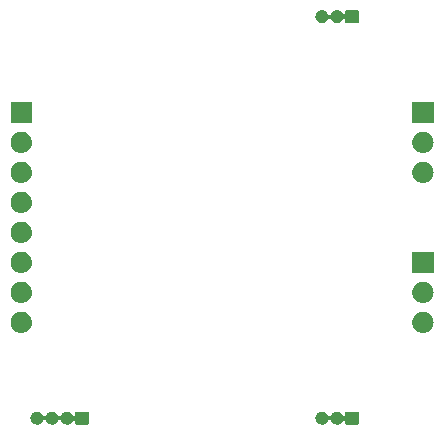
<source format=gbr>
G04 #@! TF.GenerationSoftware,KiCad,Pcbnew,5.99.0-unknown-df3fabf~86~ubuntu18.04.1*
G04 #@! TF.CreationDate,2019-10-25T18:59:48-04:00*
G04 #@! TF.ProjectId,current_calibration_board,63757272-656e-4745-9f63-616c69627261,rev?*
G04 #@! TF.SameCoordinates,Original*
G04 #@! TF.FileFunction,Soldermask,Bot*
G04 #@! TF.FilePolarity,Negative*
%FSLAX46Y46*%
G04 Gerber Fmt 4.6, Leading zero omitted, Abs format (unit mm)*
G04 Created by KiCad (PCBNEW 5.99.0-unknown-df3fabf~86~ubuntu18.04.1) date 2019-10-25 18:59:48*
%MOMM*%
%LPD*%
G04 APERTURE LIST*
G04 APERTURE END LIST*
G36*
X161519899Y-116451959D02*
G01*
X161536769Y-116463231D01*
X161548041Y-116480101D01*
X161554448Y-116512312D01*
X161554448Y-117487688D01*
X161551999Y-117500000D01*
X161548041Y-117519899D01*
X161536769Y-117536769D01*
X161519899Y-117548041D01*
X161500000Y-117551999D01*
X161487688Y-117554448D01*
X160512312Y-117554448D01*
X160480101Y-117548041D01*
X160463231Y-117536769D01*
X160451959Y-117519899D01*
X160445552Y-117487688D01*
X160445552Y-117329367D01*
X160425709Y-117261787D01*
X160372479Y-117215664D01*
X160302764Y-117205640D01*
X160238696Y-117234899D01*
X160224798Y-117252374D01*
X160222889Y-117257676D01*
X160200073Y-117289781D01*
X160185779Y-117316777D01*
X160161608Y-117343906D01*
X160135438Y-117380731D01*
X160111601Y-117400034D01*
X160097063Y-117416351D01*
X160059967Y-117441846D01*
X160018116Y-117475736D01*
X159997971Y-117484453D01*
X159987151Y-117491890D01*
X159936956Y-117510858D01*
X159879568Y-117535692D01*
X159866497Y-117537482D01*
X159862402Y-117539030D01*
X159800634Y-117546504D01*
X159767815Y-117551000D01*
X159698568Y-117551000D01*
X159591657Y-117537494D01*
X159531208Y-117513926D01*
X159503781Y-117508096D01*
X159482648Y-117494993D01*
X159467708Y-117489168D01*
X159426172Y-117459976D01*
X159375478Y-117428544D01*
X159364569Y-117416680D01*
X159358598Y-117412484D01*
X159319558Y-117367731D01*
X159273293Y-117317419D01*
X159239505Y-117251107D01*
X159206534Y-117187226D01*
X159157906Y-117136275D01*
X159089451Y-117119702D01*
X159022903Y-117142770D01*
X158984988Y-117186066D01*
X158965247Y-117223349D01*
X158952889Y-117257676D01*
X158930072Y-117289782D01*
X158915779Y-117316777D01*
X158891608Y-117343906D01*
X158865438Y-117380731D01*
X158841601Y-117400034D01*
X158827063Y-117416351D01*
X158789967Y-117441846D01*
X158748116Y-117475736D01*
X158727971Y-117484453D01*
X158717151Y-117491890D01*
X158666956Y-117510858D01*
X158609568Y-117535692D01*
X158596497Y-117537482D01*
X158592402Y-117539030D01*
X158530634Y-117546504D01*
X158497815Y-117551000D01*
X158428568Y-117551000D01*
X158321657Y-117537494D01*
X158261208Y-117513926D01*
X158233781Y-117508096D01*
X158212648Y-117494993D01*
X158197708Y-117489168D01*
X158156172Y-117459976D01*
X158105478Y-117428544D01*
X158094569Y-117416680D01*
X158088598Y-117412484D01*
X158049558Y-117367731D01*
X158003293Y-117317419D01*
X157969500Y-117251097D01*
X157939760Y-117193476D01*
X157939420Y-117192061D01*
X157934757Y-117182909D01*
X157921822Y-117118760D01*
X157908626Y-117063796D01*
X157908680Y-117053583D01*
X157904917Y-117034923D01*
X157909074Y-116978318D01*
X157909325Y-116930434D01*
X157913940Y-116912060D01*
X157915974Y-116884364D01*
X157932256Y-116839139D01*
X157941813Y-116801089D01*
X157954753Y-116776650D01*
X157967111Y-116742324D01*
X157989928Y-116710218D01*
X158004221Y-116683223D01*
X158028392Y-116656094D01*
X158054562Y-116619269D01*
X158078399Y-116599966D01*
X158092937Y-116583649D01*
X158130033Y-116558154D01*
X158171884Y-116524264D01*
X158192029Y-116515547D01*
X158202849Y-116508110D01*
X158253044Y-116489142D01*
X158310432Y-116464308D01*
X158323503Y-116462518D01*
X158327598Y-116460970D01*
X158389366Y-116453496D01*
X158422185Y-116449000D01*
X158491432Y-116449000D01*
X158598343Y-116462506D01*
X158658792Y-116486074D01*
X158686219Y-116491904D01*
X158707352Y-116505007D01*
X158722292Y-116510832D01*
X158763828Y-116540024D01*
X158814522Y-116571456D01*
X158825431Y-116583320D01*
X158831402Y-116587516D01*
X158870442Y-116632269D01*
X158916707Y-116682581D01*
X158950495Y-116748893D01*
X158983466Y-116812774D01*
X159032094Y-116863725D01*
X159100549Y-116880298D01*
X159167097Y-116857230D01*
X159205012Y-116813934D01*
X159224753Y-116776651D01*
X159237111Y-116742324D01*
X159259928Y-116710218D01*
X159274221Y-116683223D01*
X159298392Y-116656094D01*
X159324562Y-116619269D01*
X159348399Y-116599966D01*
X159362937Y-116583649D01*
X159400033Y-116558154D01*
X159441884Y-116524264D01*
X159462029Y-116515547D01*
X159472849Y-116508110D01*
X159523044Y-116489142D01*
X159580432Y-116464308D01*
X159593503Y-116462518D01*
X159597598Y-116460970D01*
X159659366Y-116453496D01*
X159692185Y-116449000D01*
X159761432Y-116449000D01*
X159868343Y-116462506D01*
X159928792Y-116486074D01*
X159956219Y-116491904D01*
X159977352Y-116505007D01*
X159992292Y-116510832D01*
X160033828Y-116540024D01*
X160084522Y-116571456D01*
X160095431Y-116583320D01*
X160101402Y-116587516D01*
X160140442Y-116632269D01*
X160186707Y-116682581D01*
X160209780Y-116727864D01*
X160258105Y-116778498D01*
X160326560Y-116795071D01*
X160393108Y-116772003D01*
X160436620Y-116716618D01*
X160445552Y-116670216D01*
X160445552Y-116512312D01*
X160451959Y-116480101D01*
X160463231Y-116463231D01*
X160480101Y-116451959D01*
X160512312Y-116445552D01*
X161487688Y-116445552D01*
X161519899Y-116451959D01*
G37*
G36*
X138659899Y-116451959D02*
G01*
X138676769Y-116463231D01*
X138688041Y-116480101D01*
X138694448Y-116512312D01*
X138694448Y-117487688D01*
X138691999Y-117500000D01*
X138688041Y-117519899D01*
X138676769Y-117536769D01*
X138659899Y-117548041D01*
X138640000Y-117551999D01*
X138627688Y-117554448D01*
X137652312Y-117554448D01*
X137620101Y-117548041D01*
X137603231Y-117536769D01*
X137591959Y-117519899D01*
X137585552Y-117487688D01*
X137585552Y-117329367D01*
X137565709Y-117261787D01*
X137512479Y-117215664D01*
X137442764Y-117205640D01*
X137378696Y-117234899D01*
X137364798Y-117252374D01*
X137362889Y-117257676D01*
X137340073Y-117289781D01*
X137325779Y-117316777D01*
X137301608Y-117343906D01*
X137275438Y-117380731D01*
X137251601Y-117400034D01*
X137237063Y-117416351D01*
X137199967Y-117441846D01*
X137158116Y-117475736D01*
X137137971Y-117484453D01*
X137127151Y-117491890D01*
X137076956Y-117510858D01*
X137019568Y-117535692D01*
X137006497Y-117537482D01*
X137002402Y-117539030D01*
X136940634Y-117546504D01*
X136907815Y-117551000D01*
X136838568Y-117551000D01*
X136731657Y-117537494D01*
X136671208Y-117513926D01*
X136643781Y-117508096D01*
X136622648Y-117494993D01*
X136607708Y-117489168D01*
X136566172Y-117459976D01*
X136515478Y-117428544D01*
X136504569Y-117416680D01*
X136498598Y-117412484D01*
X136459558Y-117367731D01*
X136413293Y-117317419D01*
X136379505Y-117251107D01*
X136346534Y-117187226D01*
X136297906Y-117136275D01*
X136229451Y-117119702D01*
X136162903Y-117142770D01*
X136124988Y-117186066D01*
X136105247Y-117223349D01*
X136092889Y-117257676D01*
X136070072Y-117289782D01*
X136055779Y-117316777D01*
X136031608Y-117343906D01*
X136005438Y-117380731D01*
X135981601Y-117400034D01*
X135967063Y-117416351D01*
X135929967Y-117441846D01*
X135888116Y-117475736D01*
X135867971Y-117484453D01*
X135857151Y-117491890D01*
X135806956Y-117510858D01*
X135749568Y-117535692D01*
X135736497Y-117537482D01*
X135732402Y-117539030D01*
X135670634Y-117546504D01*
X135637815Y-117551000D01*
X135568568Y-117551000D01*
X135461657Y-117537494D01*
X135401208Y-117513926D01*
X135373781Y-117508096D01*
X135352648Y-117494993D01*
X135337708Y-117489168D01*
X135296172Y-117459976D01*
X135245478Y-117428544D01*
X135234569Y-117416680D01*
X135228598Y-117412484D01*
X135189558Y-117367731D01*
X135143293Y-117317419D01*
X135109505Y-117251107D01*
X135076534Y-117187226D01*
X135027906Y-117136275D01*
X134959451Y-117119702D01*
X134892903Y-117142770D01*
X134854988Y-117186066D01*
X134835247Y-117223349D01*
X134822889Y-117257676D01*
X134800072Y-117289782D01*
X134785779Y-117316777D01*
X134761608Y-117343906D01*
X134735438Y-117380731D01*
X134711601Y-117400034D01*
X134697063Y-117416351D01*
X134659967Y-117441846D01*
X134618116Y-117475736D01*
X134597971Y-117484453D01*
X134587151Y-117491890D01*
X134536956Y-117510858D01*
X134479568Y-117535692D01*
X134466497Y-117537482D01*
X134462402Y-117539030D01*
X134400634Y-117546504D01*
X134367815Y-117551000D01*
X134298568Y-117551000D01*
X134191657Y-117537494D01*
X134131208Y-117513926D01*
X134103781Y-117508096D01*
X134082648Y-117494993D01*
X134067708Y-117489168D01*
X134026172Y-117459976D01*
X133975478Y-117428544D01*
X133964569Y-117416680D01*
X133958598Y-117412484D01*
X133919558Y-117367731D01*
X133873293Y-117317419D01*
X133839500Y-117251097D01*
X133809760Y-117193476D01*
X133809420Y-117192061D01*
X133804757Y-117182909D01*
X133791822Y-117118760D01*
X133778626Y-117063796D01*
X133778680Y-117053583D01*
X133774917Y-117034923D01*
X133779074Y-116978318D01*
X133779325Y-116930434D01*
X133783940Y-116912060D01*
X133785974Y-116884364D01*
X133802256Y-116839139D01*
X133811813Y-116801089D01*
X133824753Y-116776650D01*
X133837111Y-116742324D01*
X133859928Y-116710218D01*
X133874221Y-116683223D01*
X133898392Y-116656094D01*
X133924562Y-116619269D01*
X133948399Y-116599966D01*
X133962937Y-116583649D01*
X134000033Y-116558154D01*
X134041884Y-116524264D01*
X134062029Y-116515547D01*
X134072849Y-116508110D01*
X134123044Y-116489142D01*
X134180432Y-116464308D01*
X134193503Y-116462518D01*
X134197598Y-116460970D01*
X134259366Y-116453496D01*
X134292185Y-116449000D01*
X134361432Y-116449000D01*
X134468343Y-116462506D01*
X134528792Y-116486074D01*
X134556219Y-116491904D01*
X134577352Y-116505007D01*
X134592292Y-116510832D01*
X134633828Y-116540024D01*
X134684522Y-116571456D01*
X134695431Y-116583320D01*
X134701402Y-116587516D01*
X134740442Y-116632269D01*
X134786707Y-116682581D01*
X134820495Y-116748893D01*
X134853466Y-116812774D01*
X134902094Y-116863725D01*
X134970549Y-116880298D01*
X135037097Y-116857230D01*
X135075012Y-116813934D01*
X135094753Y-116776651D01*
X135107111Y-116742324D01*
X135129928Y-116710218D01*
X135144221Y-116683223D01*
X135168392Y-116656094D01*
X135194562Y-116619269D01*
X135218399Y-116599966D01*
X135232937Y-116583649D01*
X135270033Y-116558154D01*
X135311884Y-116524264D01*
X135332029Y-116515547D01*
X135342849Y-116508110D01*
X135393044Y-116489142D01*
X135450432Y-116464308D01*
X135463503Y-116462518D01*
X135467598Y-116460970D01*
X135529366Y-116453496D01*
X135562185Y-116449000D01*
X135631432Y-116449000D01*
X135738343Y-116462506D01*
X135798792Y-116486074D01*
X135826219Y-116491904D01*
X135847352Y-116505007D01*
X135862292Y-116510832D01*
X135903828Y-116540024D01*
X135954522Y-116571456D01*
X135965431Y-116583320D01*
X135971402Y-116587516D01*
X136010442Y-116632269D01*
X136056707Y-116682581D01*
X136090495Y-116748893D01*
X136123466Y-116812774D01*
X136172094Y-116863725D01*
X136240549Y-116880298D01*
X136307097Y-116857230D01*
X136345012Y-116813934D01*
X136364753Y-116776651D01*
X136377111Y-116742324D01*
X136399928Y-116710218D01*
X136414221Y-116683223D01*
X136438392Y-116656094D01*
X136464562Y-116619269D01*
X136488399Y-116599966D01*
X136502937Y-116583649D01*
X136540033Y-116558154D01*
X136581884Y-116524264D01*
X136602029Y-116515547D01*
X136612849Y-116508110D01*
X136663044Y-116489142D01*
X136720432Y-116464308D01*
X136733503Y-116462518D01*
X136737598Y-116460970D01*
X136799366Y-116453496D01*
X136832185Y-116449000D01*
X136901432Y-116449000D01*
X137008343Y-116462506D01*
X137068792Y-116486074D01*
X137096219Y-116491904D01*
X137117352Y-116505007D01*
X137132292Y-116510832D01*
X137173828Y-116540024D01*
X137224522Y-116571456D01*
X137235431Y-116583320D01*
X137241402Y-116587516D01*
X137280442Y-116632269D01*
X137326707Y-116682581D01*
X137349780Y-116727864D01*
X137398105Y-116778498D01*
X137466560Y-116795071D01*
X137533108Y-116772003D01*
X137576620Y-116716618D01*
X137585552Y-116670216D01*
X137585552Y-116512312D01*
X137591959Y-116480101D01*
X137603231Y-116463231D01*
X137620101Y-116451959D01*
X137652312Y-116445552D01*
X138627688Y-116445552D01*
X138659899Y-116451959D01*
G37*
G36*
X167188360Y-108003835D02*
G01*
X167269397Y-108030166D01*
X167356663Y-108057848D01*
X167359655Y-108059493D01*
X167368488Y-108062363D01*
X167440466Y-108103919D01*
X167511499Y-108142970D01*
X167518986Y-108149253D01*
X167532511Y-108157061D01*
X167590259Y-108209057D01*
X167646857Y-108256549D01*
X167656962Y-108269118D01*
X167673261Y-108283793D01*
X167715454Y-108341867D01*
X167757579Y-108394260D01*
X167767994Y-108414182D01*
X167784586Y-108437019D01*
X167811297Y-108497012D01*
X167839439Y-108550843D01*
X167847582Y-108578510D01*
X167861621Y-108610042D01*
X167873992Y-108668241D01*
X167889328Y-108720349D01*
X167892518Y-108755401D01*
X167900999Y-108795301D01*
X167900999Y-108848592D01*
X167905343Y-108896324D01*
X167900999Y-108937653D01*
X167900999Y-108984699D01*
X167891217Y-109030721D01*
X167886873Y-109072047D01*
X167872702Y-109117827D01*
X167861621Y-109169958D01*
X167845028Y-109207226D01*
X167834622Y-109240843D01*
X167808789Y-109288620D01*
X167784586Y-109342981D01*
X167764298Y-109370905D01*
X167750580Y-109396276D01*
X167711859Y-109443082D01*
X167673261Y-109496207D01*
X167652284Y-109515095D01*
X167637952Y-109532419D01*
X167585845Y-109574917D01*
X167532511Y-109622939D01*
X167513524Y-109633901D01*
X167501025Y-109644095D01*
X167435780Y-109678786D01*
X167368488Y-109717637D01*
X167353636Y-109722463D01*
X167345003Y-109727053D01*
X167267430Y-109750473D01*
X167188360Y-109776165D01*
X167179114Y-109777137D01*
X167175851Y-109778122D01*
X167084710Y-109787059D01*
X167047211Y-109791000D01*
X166952789Y-109791000D01*
X166811640Y-109776165D01*
X166730603Y-109749834D01*
X166643337Y-109722152D01*
X166640345Y-109720507D01*
X166631512Y-109717637D01*
X166559534Y-109676081D01*
X166488501Y-109637030D01*
X166481014Y-109630747D01*
X166467489Y-109622939D01*
X166409741Y-109570943D01*
X166353143Y-109523451D01*
X166343038Y-109510882D01*
X166326739Y-109496207D01*
X166284546Y-109438133D01*
X166242421Y-109385740D01*
X166232006Y-109365818D01*
X166215414Y-109342981D01*
X166188703Y-109282988D01*
X166160561Y-109229157D01*
X166152418Y-109201490D01*
X166138379Y-109169958D01*
X166126008Y-109111759D01*
X166110672Y-109059651D01*
X166107482Y-109024599D01*
X166099001Y-108984699D01*
X166099001Y-108931408D01*
X166094657Y-108883676D01*
X166099001Y-108842347D01*
X166099001Y-108795301D01*
X166108783Y-108749279D01*
X166113127Y-108707953D01*
X166127298Y-108662173D01*
X166138379Y-108610042D01*
X166154972Y-108572774D01*
X166165378Y-108539157D01*
X166191211Y-108491380D01*
X166215414Y-108437019D01*
X166235702Y-108409095D01*
X166249420Y-108383724D01*
X166288141Y-108336918D01*
X166326739Y-108283793D01*
X166347716Y-108264905D01*
X166362048Y-108247581D01*
X166414155Y-108205083D01*
X166467489Y-108157061D01*
X166486476Y-108146099D01*
X166498975Y-108135905D01*
X166564220Y-108101214D01*
X166631512Y-108062363D01*
X166646364Y-108057537D01*
X166654997Y-108052947D01*
X166732570Y-108029527D01*
X166811640Y-108003835D01*
X166820886Y-108002863D01*
X166824149Y-108001878D01*
X166915290Y-107992941D01*
X166952789Y-107989000D01*
X167047211Y-107989000D01*
X167188360Y-108003835D01*
G37*
G36*
X133188360Y-108003835D02*
G01*
X133269397Y-108030166D01*
X133356663Y-108057848D01*
X133359655Y-108059493D01*
X133368488Y-108062363D01*
X133440466Y-108103919D01*
X133511499Y-108142970D01*
X133518986Y-108149253D01*
X133532511Y-108157061D01*
X133590259Y-108209057D01*
X133646857Y-108256549D01*
X133656962Y-108269118D01*
X133673261Y-108283793D01*
X133715454Y-108341867D01*
X133757579Y-108394260D01*
X133767994Y-108414182D01*
X133784586Y-108437019D01*
X133811297Y-108497012D01*
X133839439Y-108550843D01*
X133847582Y-108578510D01*
X133861621Y-108610042D01*
X133873992Y-108668241D01*
X133889328Y-108720349D01*
X133892518Y-108755401D01*
X133900999Y-108795301D01*
X133900999Y-108848592D01*
X133905343Y-108896324D01*
X133900999Y-108937653D01*
X133900999Y-108984699D01*
X133891217Y-109030721D01*
X133886873Y-109072047D01*
X133872702Y-109117827D01*
X133861621Y-109169958D01*
X133845028Y-109207226D01*
X133834622Y-109240843D01*
X133808789Y-109288620D01*
X133784586Y-109342981D01*
X133764298Y-109370905D01*
X133750580Y-109396276D01*
X133711859Y-109443082D01*
X133673261Y-109496207D01*
X133652284Y-109515095D01*
X133637952Y-109532419D01*
X133585845Y-109574917D01*
X133532511Y-109622939D01*
X133513524Y-109633901D01*
X133501025Y-109644095D01*
X133435780Y-109678786D01*
X133368488Y-109717637D01*
X133353636Y-109722463D01*
X133345003Y-109727053D01*
X133267430Y-109750473D01*
X133188360Y-109776165D01*
X133179114Y-109777137D01*
X133175851Y-109778122D01*
X133084710Y-109787059D01*
X133047211Y-109791000D01*
X132952789Y-109791000D01*
X132811640Y-109776165D01*
X132730603Y-109749834D01*
X132643337Y-109722152D01*
X132640345Y-109720507D01*
X132631512Y-109717637D01*
X132559534Y-109676081D01*
X132488501Y-109637030D01*
X132481014Y-109630747D01*
X132467489Y-109622939D01*
X132409741Y-109570943D01*
X132353143Y-109523451D01*
X132343038Y-109510882D01*
X132326739Y-109496207D01*
X132284546Y-109438133D01*
X132242421Y-109385740D01*
X132232006Y-109365818D01*
X132215414Y-109342981D01*
X132188703Y-109282988D01*
X132160561Y-109229157D01*
X132152418Y-109201490D01*
X132138379Y-109169958D01*
X132126008Y-109111759D01*
X132110672Y-109059651D01*
X132107482Y-109024599D01*
X132099001Y-108984699D01*
X132099001Y-108931408D01*
X132094657Y-108883676D01*
X132099001Y-108842347D01*
X132099001Y-108795301D01*
X132108783Y-108749279D01*
X132113127Y-108707953D01*
X132127298Y-108662173D01*
X132138379Y-108610042D01*
X132154972Y-108572774D01*
X132165378Y-108539157D01*
X132191211Y-108491380D01*
X132215414Y-108437019D01*
X132235702Y-108409095D01*
X132249420Y-108383724D01*
X132288141Y-108336918D01*
X132326739Y-108283793D01*
X132347716Y-108264905D01*
X132362048Y-108247581D01*
X132414155Y-108205083D01*
X132467489Y-108157061D01*
X132486476Y-108146099D01*
X132498975Y-108135905D01*
X132564220Y-108101214D01*
X132631512Y-108062363D01*
X132646364Y-108057537D01*
X132654997Y-108052947D01*
X132732570Y-108029527D01*
X132811640Y-108003835D01*
X132820886Y-108002863D01*
X132824149Y-108001878D01*
X132915290Y-107992941D01*
X132952789Y-107989000D01*
X133047211Y-107989000D01*
X133188360Y-108003835D01*
G37*
G36*
X133188360Y-105463835D02*
G01*
X133269397Y-105490166D01*
X133356663Y-105517848D01*
X133359655Y-105519493D01*
X133368488Y-105522363D01*
X133440466Y-105563919D01*
X133511499Y-105602970D01*
X133518986Y-105609253D01*
X133532511Y-105617061D01*
X133590259Y-105669057D01*
X133646857Y-105716549D01*
X133656962Y-105729118D01*
X133673261Y-105743793D01*
X133715454Y-105801867D01*
X133757579Y-105854260D01*
X133767994Y-105874182D01*
X133784586Y-105897019D01*
X133811297Y-105957012D01*
X133839439Y-106010843D01*
X133847582Y-106038510D01*
X133861621Y-106070042D01*
X133873992Y-106128241D01*
X133889328Y-106180349D01*
X133892518Y-106215401D01*
X133900999Y-106255301D01*
X133900999Y-106308592D01*
X133905343Y-106356324D01*
X133900999Y-106397653D01*
X133900999Y-106444699D01*
X133891217Y-106490721D01*
X133886873Y-106532047D01*
X133872702Y-106577827D01*
X133861621Y-106629958D01*
X133845028Y-106667226D01*
X133834622Y-106700843D01*
X133808789Y-106748620D01*
X133784586Y-106802981D01*
X133764298Y-106830905D01*
X133750580Y-106856276D01*
X133711859Y-106903082D01*
X133673261Y-106956207D01*
X133652284Y-106975095D01*
X133637952Y-106992419D01*
X133585845Y-107034917D01*
X133532511Y-107082939D01*
X133513524Y-107093901D01*
X133501025Y-107104095D01*
X133435780Y-107138786D01*
X133368488Y-107177637D01*
X133353636Y-107182463D01*
X133345003Y-107187053D01*
X133267430Y-107210473D01*
X133188360Y-107236165D01*
X133179114Y-107237137D01*
X133175851Y-107238122D01*
X133084710Y-107247059D01*
X133047211Y-107251000D01*
X132952789Y-107251000D01*
X132811640Y-107236165D01*
X132730603Y-107209834D01*
X132643337Y-107182152D01*
X132640345Y-107180507D01*
X132631512Y-107177637D01*
X132559534Y-107136081D01*
X132488501Y-107097030D01*
X132481014Y-107090747D01*
X132467489Y-107082939D01*
X132409741Y-107030943D01*
X132353143Y-106983451D01*
X132343038Y-106970882D01*
X132326739Y-106956207D01*
X132284546Y-106898133D01*
X132242421Y-106845740D01*
X132232006Y-106825818D01*
X132215414Y-106802981D01*
X132188703Y-106742988D01*
X132160561Y-106689157D01*
X132152418Y-106661490D01*
X132138379Y-106629958D01*
X132126008Y-106571759D01*
X132110672Y-106519651D01*
X132107482Y-106484599D01*
X132099001Y-106444699D01*
X132099001Y-106391408D01*
X132094657Y-106343676D01*
X132099001Y-106302347D01*
X132099001Y-106255301D01*
X132108783Y-106209279D01*
X132113127Y-106167953D01*
X132127298Y-106122173D01*
X132138379Y-106070042D01*
X132154972Y-106032774D01*
X132165378Y-105999157D01*
X132191211Y-105951380D01*
X132215414Y-105897019D01*
X132235702Y-105869095D01*
X132249420Y-105843724D01*
X132288141Y-105796918D01*
X132326739Y-105743793D01*
X132347716Y-105724905D01*
X132362048Y-105707581D01*
X132414155Y-105665083D01*
X132467489Y-105617061D01*
X132486476Y-105606099D01*
X132498975Y-105595905D01*
X132564220Y-105561214D01*
X132631512Y-105522363D01*
X132646364Y-105517537D01*
X132654997Y-105512947D01*
X132732570Y-105489527D01*
X132811640Y-105463835D01*
X132820886Y-105462863D01*
X132824149Y-105461878D01*
X132915290Y-105452941D01*
X132952789Y-105449000D01*
X133047211Y-105449000D01*
X133188360Y-105463835D01*
G37*
G36*
X167188360Y-105463835D02*
G01*
X167269397Y-105490166D01*
X167356663Y-105517848D01*
X167359655Y-105519493D01*
X167368488Y-105522363D01*
X167440466Y-105563919D01*
X167511499Y-105602970D01*
X167518986Y-105609253D01*
X167532511Y-105617061D01*
X167590259Y-105669057D01*
X167646857Y-105716549D01*
X167656962Y-105729118D01*
X167673261Y-105743793D01*
X167715454Y-105801867D01*
X167757579Y-105854260D01*
X167767994Y-105874182D01*
X167784586Y-105897019D01*
X167811297Y-105957012D01*
X167839439Y-106010843D01*
X167847582Y-106038510D01*
X167861621Y-106070042D01*
X167873992Y-106128241D01*
X167889328Y-106180349D01*
X167892518Y-106215401D01*
X167900999Y-106255301D01*
X167900999Y-106308592D01*
X167905343Y-106356324D01*
X167900999Y-106397653D01*
X167900999Y-106444699D01*
X167891217Y-106490721D01*
X167886873Y-106532047D01*
X167872702Y-106577827D01*
X167861621Y-106629958D01*
X167845028Y-106667226D01*
X167834622Y-106700843D01*
X167808789Y-106748620D01*
X167784586Y-106802981D01*
X167764298Y-106830905D01*
X167750580Y-106856276D01*
X167711859Y-106903082D01*
X167673261Y-106956207D01*
X167652284Y-106975095D01*
X167637952Y-106992419D01*
X167585845Y-107034917D01*
X167532511Y-107082939D01*
X167513524Y-107093901D01*
X167501025Y-107104095D01*
X167435780Y-107138786D01*
X167368488Y-107177637D01*
X167353636Y-107182463D01*
X167345003Y-107187053D01*
X167267430Y-107210473D01*
X167188360Y-107236165D01*
X167179114Y-107237137D01*
X167175851Y-107238122D01*
X167084710Y-107247059D01*
X167047211Y-107251000D01*
X166952789Y-107251000D01*
X166811640Y-107236165D01*
X166730603Y-107209834D01*
X166643337Y-107182152D01*
X166640345Y-107180507D01*
X166631512Y-107177637D01*
X166559534Y-107136081D01*
X166488501Y-107097030D01*
X166481014Y-107090747D01*
X166467489Y-107082939D01*
X166409741Y-107030943D01*
X166353143Y-106983451D01*
X166343038Y-106970882D01*
X166326739Y-106956207D01*
X166284546Y-106898133D01*
X166242421Y-106845740D01*
X166232006Y-106825818D01*
X166215414Y-106802981D01*
X166188703Y-106742988D01*
X166160561Y-106689157D01*
X166152418Y-106661490D01*
X166138379Y-106629958D01*
X166126008Y-106571759D01*
X166110672Y-106519651D01*
X166107482Y-106484599D01*
X166099001Y-106444699D01*
X166099001Y-106391408D01*
X166094657Y-106343676D01*
X166099001Y-106302347D01*
X166099001Y-106255301D01*
X166108783Y-106209279D01*
X166113127Y-106167953D01*
X166127298Y-106122173D01*
X166138379Y-106070042D01*
X166154972Y-106032774D01*
X166165378Y-105999157D01*
X166191211Y-105951380D01*
X166215414Y-105897019D01*
X166235702Y-105869095D01*
X166249420Y-105843724D01*
X166288141Y-105796918D01*
X166326739Y-105743793D01*
X166347716Y-105724905D01*
X166362048Y-105707581D01*
X166414155Y-105665083D01*
X166467489Y-105617061D01*
X166486476Y-105606099D01*
X166498975Y-105595905D01*
X166564220Y-105561214D01*
X166631512Y-105522363D01*
X166646364Y-105517537D01*
X166654997Y-105512947D01*
X166732570Y-105489527D01*
X166811640Y-105463835D01*
X166820886Y-105462863D01*
X166824149Y-105461878D01*
X166915290Y-105452941D01*
X166952789Y-105449000D01*
X167047211Y-105449000D01*
X167188360Y-105463835D01*
G37*
G36*
X167869899Y-102911959D02*
G01*
X167886769Y-102923231D01*
X167898041Y-102940101D01*
X167904448Y-102972312D01*
X167904448Y-104647688D01*
X167901999Y-104660000D01*
X167898041Y-104679899D01*
X167886769Y-104696769D01*
X167869899Y-104708041D01*
X167850000Y-104711999D01*
X167837688Y-104714448D01*
X166162312Y-104714448D01*
X166130101Y-104708041D01*
X166113231Y-104696769D01*
X166101959Y-104679899D01*
X166095552Y-104647688D01*
X166095552Y-102972312D01*
X166101959Y-102940101D01*
X166113231Y-102923231D01*
X166130101Y-102911959D01*
X166162312Y-102905552D01*
X167837688Y-102905552D01*
X167869899Y-102911959D01*
G37*
G36*
X133188360Y-102923835D02*
G01*
X133269397Y-102950166D01*
X133356663Y-102977848D01*
X133359655Y-102979493D01*
X133368488Y-102982363D01*
X133440466Y-103023919D01*
X133511499Y-103062970D01*
X133518986Y-103069253D01*
X133532511Y-103077061D01*
X133590259Y-103129057D01*
X133646857Y-103176549D01*
X133656962Y-103189118D01*
X133673261Y-103203793D01*
X133715454Y-103261867D01*
X133757579Y-103314260D01*
X133767994Y-103334182D01*
X133784586Y-103357019D01*
X133811297Y-103417012D01*
X133839439Y-103470843D01*
X133847582Y-103498510D01*
X133861621Y-103530042D01*
X133873992Y-103588241D01*
X133889328Y-103640349D01*
X133892518Y-103675401D01*
X133900999Y-103715301D01*
X133900999Y-103768592D01*
X133905343Y-103816324D01*
X133900999Y-103857653D01*
X133900999Y-103904699D01*
X133891217Y-103950721D01*
X133886873Y-103992047D01*
X133872702Y-104037827D01*
X133861621Y-104089958D01*
X133845028Y-104127226D01*
X133834622Y-104160843D01*
X133808789Y-104208620D01*
X133784586Y-104262981D01*
X133764298Y-104290905D01*
X133750580Y-104316276D01*
X133711859Y-104363082D01*
X133673261Y-104416207D01*
X133652284Y-104435095D01*
X133637952Y-104452419D01*
X133585845Y-104494917D01*
X133532511Y-104542939D01*
X133513524Y-104553901D01*
X133501025Y-104564095D01*
X133435780Y-104598786D01*
X133368488Y-104637637D01*
X133353636Y-104642463D01*
X133345003Y-104647053D01*
X133267430Y-104670473D01*
X133188360Y-104696165D01*
X133179114Y-104697137D01*
X133175851Y-104698122D01*
X133084710Y-104707059D01*
X133047211Y-104711000D01*
X132952789Y-104711000D01*
X132811640Y-104696165D01*
X132730603Y-104669834D01*
X132643337Y-104642152D01*
X132640345Y-104640507D01*
X132631512Y-104637637D01*
X132559534Y-104596081D01*
X132488501Y-104557030D01*
X132481014Y-104550747D01*
X132467489Y-104542939D01*
X132409741Y-104490943D01*
X132353143Y-104443451D01*
X132343038Y-104430882D01*
X132326739Y-104416207D01*
X132284546Y-104358133D01*
X132242421Y-104305740D01*
X132232006Y-104285818D01*
X132215414Y-104262981D01*
X132188703Y-104202988D01*
X132160561Y-104149157D01*
X132152418Y-104121490D01*
X132138379Y-104089958D01*
X132126008Y-104031759D01*
X132110672Y-103979651D01*
X132107482Y-103944599D01*
X132099001Y-103904699D01*
X132099001Y-103851408D01*
X132094657Y-103803676D01*
X132099001Y-103762347D01*
X132099001Y-103715301D01*
X132108783Y-103669279D01*
X132113127Y-103627953D01*
X132127298Y-103582173D01*
X132138379Y-103530042D01*
X132154972Y-103492774D01*
X132165378Y-103459157D01*
X132191211Y-103411380D01*
X132215414Y-103357019D01*
X132235702Y-103329095D01*
X132249420Y-103303724D01*
X132288141Y-103256918D01*
X132326739Y-103203793D01*
X132347716Y-103184905D01*
X132362048Y-103167581D01*
X132414155Y-103125083D01*
X132467489Y-103077061D01*
X132486476Y-103066099D01*
X132498975Y-103055905D01*
X132564220Y-103021214D01*
X132631512Y-102982363D01*
X132646364Y-102977537D01*
X132654997Y-102972947D01*
X132732570Y-102949527D01*
X132811640Y-102923835D01*
X132820886Y-102922863D01*
X132824149Y-102921878D01*
X132915290Y-102912941D01*
X132952789Y-102909000D01*
X133047211Y-102909000D01*
X133188360Y-102923835D01*
G37*
G36*
X133188360Y-100383835D02*
G01*
X133269397Y-100410166D01*
X133356663Y-100437848D01*
X133359655Y-100439493D01*
X133368488Y-100442363D01*
X133440466Y-100483919D01*
X133511499Y-100522970D01*
X133518986Y-100529253D01*
X133532511Y-100537061D01*
X133590259Y-100589057D01*
X133646857Y-100636549D01*
X133656962Y-100649118D01*
X133673261Y-100663793D01*
X133715454Y-100721867D01*
X133757579Y-100774260D01*
X133767994Y-100794182D01*
X133784586Y-100817019D01*
X133811297Y-100877012D01*
X133839439Y-100930843D01*
X133847582Y-100958510D01*
X133861621Y-100990042D01*
X133873992Y-101048241D01*
X133889328Y-101100349D01*
X133892518Y-101135401D01*
X133900999Y-101175301D01*
X133900999Y-101228592D01*
X133905343Y-101276324D01*
X133900999Y-101317653D01*
X133900999Y-101364699D01*
X133891217Y-101410721D01*
X133886873Y-101452047D01*
X133872702Y-101497827D01*
X133861621Y-101549958D01*
X133845028Y-101587226D01*
X133834622Y-101620843D01*
X133808789Y-101668620D01*
X133784586Y-101722981D01*
X133764298Y-101750905D01*
X133750580Y-101776276D01*
X133711859Y-101823082D01*
X133673261Y-101876207D01*
X133652284Y-101895095D01*
X133637952Y-101912419D01*
X133585845Y-101954917D01*
X133532511Y-102002939D01*
X133513524Y-102013901D01*
X133501025Y-102024095D01*
X133435780Y-102058786D01*
X133368488Y-102097637D01*
X133353636Y-102102463D01*
X133345003Y-102107053D01*
X133267430Y-102130473D01*
X133188360Y-102156165D01*
X133179114Y-102157137D01*
X133175851Y-102158122D01*
X133084710Y-102167059D01*
X133047211Y-102171000D01*
X132952789Y-102171000D01*
X132811640Y-102156165D01*
X132730603Y-102129834D01*
X132643337Y-102102152D01*
X132640345Y-102100507D01*
X132631512Y-102097637D01*
X132559534Y-102056081D01*
X132488501Y-102017030D01*
X132481014Y-102010747D01*
X132467489Y-102002939D01*
X132409741Y-101950943D01*
X132353143Y-101903451D01*
X132343038Y-101890882D01*
X132326739Y-101876207D01*
X132284546Y-101818133D01*
X132242421Y-101765740D01*
X132232006Y-101745818D01*
X132215414Y-101722981D01*
X132188703Y-101662988D01*
X132160561Y-101609157D01*
X132152418Y-101581490D01*
X132138379Y-101549958D01*
X132126008Y-101491759D01*
X132110672Y-101439651D01*
X132107482Y-101404599D01*
X132099001Y-101364699D01*
X132099001Y-101311408D01*
X132094657Y-101263676D01*
X132099001Y-101222347D01*
X132099001Y-101175301D01*
X132108783Y-101129279D01*
X132113127Y-101087953D01*
X132127298Y-101042173D01*
X132138379Y-100990042D01*
X132154972Y-100952774D01*
X132165378Y-100919157D01*
X132191211Y-100871380D01*
X132215414Y-100817019D01*
X132235702Y-100789095D01*
X132249420Y-100763724D01*
X132288141Y-100716918D01*
X132326739Y-100663793D01*
X132347716Y-100644905D01*
X132362048Y-100627581D01*
X132414155Y-100585083D01*
X132467489Y-100537061D01*
X132486476Y-100526099D01*
X132498975Y-100515905D01*
X132564220Y-100481214D01*
X132631512Y-100442363D01*
X132646364Y-100437537D01*
X132654997Y-100432947D01*
X132732570Y-100409527D01*
X132811640Y-100383835D01*
X132820886Y-100382863D01*
X132824149Y-100381878D01*
X132915290Y-100372941D01*
X132952789Y-100369000D01*
X133047211Y-100369000D01*
X133188360Y-100383835D01*
G37*
G36*
X133188360Y-97843835D02*
G01*
X133269397Y-97870166D01*
X133356663Y-97897848D01*
X133359655Y-97899493D01*
X133368488Y-97902363D01*
X133440466Y-97943919D01*
X133511499Y-97982970D01*
X133518986Y-97989253D01*
X133532511Y-97997061D01*
X133590259Y-98049057D01*
X133646857Y-98096549D01*
X133656962Y-98109118D01*
X133673261Y-98123793D01*
X133715454Y-98181867D01*
X133757579Y-98234260D01*
X133767994Y-98254182D01*
X133784586Y-98277019D01*
X133811297Y-98337012D01*
X133839439Y-98390843D01*
X133847582Y-98418510D01*
X133861621Y-98450042D01*
X133873992Y-98508241D01*
X133889328Y-98560349D01*
X133892518Y-98595401D01*
X133900999Y-98635301D01*
X133900999Y-98688592D01*
X133905343Y-98736324D01*
X133900999Y-98777653D01*
X133900999Y-98824699D01*
X133891217Y-98870721D01*
X133886873Y-98912047D01*
X133872702Y-98957827D01*
X133861621Y-99009958D01*
X133845028Y-99047226D01*
X133834622Y-99080843D01*
X133808789Y-99128620D01*
X133784586Y-99182981D01*
X133764298Y-99210905D01*
X133750580Y-99236276D01*
X133711859Y-99283082D01*
X133673261Y-99336207D01*
X133652284Y-99355095D01*
X133637952Y-99372419D01*
X133585845Y-99414917D01*
X133532511Y-99462939D01*
X133513524Y-99473901D01*
X133501025Y-99484095D01*
X133435780Y-99518786D01*
X133368488Y-99557637D01*
X133353636Y-99562463D01*
X133345003Y-99567053D01*
X133267430Y-99590473D01*
X133188360Y-99616165D01*
X133179114Y-99617137D01*
X133175851Y-99618122D01*
X133084710Y-99627059D01*
X133047211Y-99631000D01*
X132952789Y-99631000D01*
X132811640Y-99616165D01*
X132730603Y-99589834D01*
X132643337Y-99562152D01*
X132640345Y-99560507D01*
X132631512Y-99557637D01*
X132559534Y-99516081D01*
X132488501Y-99477030D01*
X132481014Y-99470747D01*
X132467489Y-99462939D01*
X132409741Y-99410943D01*
X132353143Y-99363451D01*
X132343038Y-99350882D01*
X132326739Y-99336207D01*
X132284546Y-99278133D01*
X132242421Y-99225740D01*
X132232006Y-99205818D01*
X132215414Y-99182981D01*
X132188703Y-99122988D01*
X132160561Y-99069157D01*
X132152418Y-99041490D01*
X132138379Y-99009958D01*
X132126008Y-98951759D01*
X132110672Y-98899651D01*
X132107482Y-98864599D01*
X132099001Y-98824699D01*
X132099001Y-98771408D01*
X132094657Y-98723676D01*
X132099001Y-98682347D01*
X132099001Y-98635301D01*
X132108783Y-98589279D01*
X132113127Y-98547953D01*
X132127298Y-98502173D01*
X132138379Y-98450042D01*
X132154972Y-98412774D01*
X132165378Y-98379157D01*
X132191211Y-98331380D01*
X132215414Y-98277019D01*
X132235702Y-98249095D01*
X132249420Y-98223724D01*
X132288141Y-98176918D01*
X132326739Y-98123793D01*
X132347716Y-98104905D01*
X132362048Y-98087581D01*
X132414155Y-98045083D01*
X132467489Y-97997061D01*
X132486476Y-97986099D01*
X132498975Y-97975905D01*
X132564220Y-97941214D01*
X132631512Y-97902363D01*
X132646364Y-97897537D01*
X132654997Y-97892947D01*
X132732570Y-97869527D01*
X132811640Y-97843835D01*
X132820886Y-97842863D01*
X132824149Y-97841878D01*
X132915290Y-97832941D01*
X132952789Y-97829000D01*
X133047211Y-97829000D01*
X133188360Y-97843835D01*
G37*
G36*
X167188360Y-95303835D02*
G01*
X167269397Y-95330166D01*
X167356663Y-95357848D01*
X167359655Y-95359493D01*
X167368488Y-95362363D01*
X167440466Y-95403919D01*
X167511499Y-95442970D01*
X167518986Y-95449253D01*
X167532511Y-95457061D01*
X167590259Y-95509057D01*
X167646857Y-95556549D01*
X167656962Y-95569118D01*
X167673261Y-95583793D01*
X167715454Y-95641867D01*
X167757579Y-95694260D01*
X167767994Y-95714182D01*
X167784586Y-95737019D01*
X167811297Y-95797012D01*
X167839439Y-95850843D01*
X167847582Y-95878510D01*
X167861621Y-95910042D01*
X167873992Y-95968241D01*
X167889328Y-96020349D01*
X167892518Y-96055401D01*
X167900999Y-96095301D01*
X167900999Y-96148592D01*
X167905343Y-96196324D01*
X167900999Y-96237653D01*
X167900999Y-96284699D01*
X167891217Y-96330721D01*
X167886873Y-96372047D01*
X167872702Y-96417827D01*
X167861621Y-96469958D01*
X167845028Y-96507226D01*
X167834622Y-96540843D01*
X167808789Y-96588620D01*
X167784586Y-96642981D01*
X167764298Y-96670905D01*
X167750580Y-96696276D01*
X167711859Y-96743082D01*
X167673261Y-96796207D01*
X167652284Y-96815095D01*
X167637952Y-96832419D01*
X167585845Y-96874917D01*
X167532511Y-96922939D01*
X167513524Y-96933901D01*
X167501025Y-96944095D01*
X167435780Y-96978786D01*
X167368488Y-97017637D01*
X167353636Y-97022463D01*
X167345003Y-97027053D01*
X167267430Y-97050473D01*
X167188360Y-97076165D01*
X167179114Y-97077137D01*
X167175851Y-97078122D01*
X167084710Y-97087059D01*
X167047211Y-97091000D01*
X166952789Y-97091000D01*
X166811640Y-97076165D01*
X166730603Y-97049834D01*
X166643337Y-97022152D01*
X166640345Y-97020507D01*
X166631512Y-97017637D01*
X166559534Y-96976081D01*
X166488501Y-96937030D01*
X166481014Y-96930747D01*
X166467489Y-96922939D01*
X166409741Y-96870943D01*
X166353143Y-96823451D01*
X166343038Y-96810882D01*
X166326739Y-96796207D01*
X166284546Y-96738133D01*
X166242421Y-96685740D01*
X166232006Y-96665818D01*
X166215414Y-96642981D01*
X166188703Y-96582988D01*
X166160561Y-96529157D01*
X166152418Y-96501490D01*
X166138379Y-96469958D01*
X166126008Y-96411759D01*
X166110672Y-96359651D01*
X166107482Y-96324599D01*
X166099001Y-96284699D01*
X166099001Y-96231408D01*
X166094657Y-96183676D01*
X166099001Y-96142347D01*
X166099001Y-96095301D01*
X166108783Y-96049279D01*
X166113127Y-96007953D01*
X166127298Y-95962173D01*
X166138379Y-95910042D01*
X166154972Y-95872774D01*
X166165378Y-95839157D01*
X166191211Y-95791380D01*
X166215414Y-95737019D01*
X166235702Y-95709095D01*
X166249420Y-95683724D01*
X166288141Y-95636918D01*
X166326739Y-95583793D01*
X166347716Y-95564905D01*
X166362048Y-95547581D01*
X166414155Y-95505083D01*
X166467489Y-95457061D01*
X166486476Y-95446099D01*
X166498975Y-95435905D01*
X166564220Y-95401214D01*
X166631512Y-95362363D01*
X166646364Y-95357537D01*
X166654997Y-95352947D01*
X166732570Y-95329527D01*
X166811640Y-95303835D01*
X166820886Y-95302863D01*
X166824149Y-95301878D01*
X166915290Y-95292941D01*
X166952789Y-95289000D01*
X167047211Y-95289000D01*
X167188360Y-95303835D01*
G37*
G36*
X133188360Y-95303835D02*
G01*
X133269397Y-95330166D01*
X133356663Y-95357848D01*
X133359655Y-95359493D01*
X133368488Y-95362363D01*
X133440466Y-95403919D01*
X133511499Y-95442970D01*
X133518986Y-95449253D01*
X133532511Y-95457061D01*
X133590259Y-95509057D01*
X133646857Y-95556549D01*
X133656962Y-95569118D01*
X133673261Y-95583793D01*
X133715454Y-95641867D01*
X133757579Y-95694260D01*
X133767994Y-95714182D01*
X133784586Y-95737019D01*
X133811297Y-95797012D01*
X133839439Y-95850843D01*
X133847582Y-95878510D01*
X133861621Y-95910042D01*
X133873992Y-95968241D01*
X133889328Y-96020349D01*
X133892518Y-96055401D01*
X133900999Y-96095301D01*
X133900999Y-96148592D01*
X133905343Y-96196324D01*
X133900999Y-96237653D01*
X133900999Y-96284699D01*
X133891217Y-96330721D01*
X133886873Y-96372047D01*
X133872702Y-96417827D01*
X133861621Y-96469958D01*
X133845028Y-96507226D01*
X133834622Y-96540843D01*
X133808789Y-96588620D01*
X133784586Y-96642981D01*
X133764298Y-96670905D01*
X133750580Y-96696276D01*
X133711859Y-96743082D01*
X133673261Y-96796207D01*
X133652284Y-96815095D01*
X133637952Y-96832419D01*
X133585845Y-96874917D01*
X133532511Y-96922939D01*
X133513524Y-96933901D01*
X133501025Y-96944095D01*
X133435780Y-96978786D01*
X133368488Y-97017637D01*
X133353636Y-97022463D01*
X133345003Y-97027053D01*
X133267430Y-97050473D01*
X133188360Y-97076165D01*
X133179114Y-97077137D01*
X133175851Y-97078122D01*
X133084710Y-97087059D01*
X133047211Y-97091000D01*
X132952789Y-97091000D01*
X132811640Y-97076165D01*
X132730603Y-97049834D01*
X132643337Y-97022152D01*
X132640345Y-97020507D01*
X132631512Y-97017637D01*
X132559534Y-96976081D01*
X132488501Y-96937030D01*
X132481014Y-96930747D01*
X132467489Y-96922939D01*
X132409741Y-96870943D01*
X132353143Y-96823451D01*
X132343038Y-96810882D01*
X132326739Y-96796207D01*
X132284546Y-96738133D01*
X132242421Y-96685740D01*
X132232006Y-96665818D01*
X132215414Y-96642981D01*
X132188703Y-96582988D01*
X132160561Y-96529157D01*
X132152418Y-96501490D01*
X132138379Y-96469958D01*
X132126008Y-96411759D01*
X132110672Y-96359651D01*
X132107482Y-96324599D01*
X132099001Y-96284699D01*
X132099001Y-96231408D01*
X132094657Y-96183676D01*
X132099001Y-96142347D01*
X132099001Y-96095301D01*
X132108783Y-96049279D01*
X132113127Y-96007953D01*
X132127298Y-95962173D01*
X132138379Y-95910042D01*
X132154972Y-95872774D01*
X132165378Y-95839157D01*
X132191211Y-95791380D01*
X132215414Y-95737019D01*
X132235702Y-95709095D01*
X132249420Y-95683724D01*
X132288141Y-95636918D01*
X132326739Y-95583793D01*
X132347716Y-95564905D01*
X132362048Y-95547581D01*
X132414155Y-95505083D01*
X132467489Y-95457061D01*
X132486476Y-95446099D01*
X132498975Y-95435905D01*
X132564220Y-95401214D01*
X132631512Y-95362363D01*
X132646364Y-95357537D01*
X132654997Y-95352947D01*
X132732570Y-95329527D01*
X132811640Y-95303835D01*
X132820886Y-95302863D01*
X132824149Y-95301878D01*
X132915290Y-95292941D01*
X132952789Y-95289000D01*
X133047211Y-95289000D01*
X133188360Y-95303835D01*
G37*
G36*
X167188360Y-92763835D02*
G01*
X167269397Y-92790166D01*
X167356663Y-92817848D01*
X167359655Y-92819493D01*
X167368488Y-92822363D01*
X167440466Y-92863919D01*
X167511499Y-92902970D01*
X167518986Y-92909253D01*
X167532511Y-92917061D01*
X167590259Y-92969057D01*
X167646857Y-93016549D01*
X167656962Y-93029118D01*
X167673261Y-93043793D01*
X167715454Y-93101867D01*
X167757579Y-93154260D01*
X167767994Y-93174182D01*
X167784586Y-93197019D01*
X167811297Y-93257012D01*
X167839439Y-93310843D01*
X167847582Y-93338510D01*
X167861621Y-93370042D01*
X167873992Y-93428241D01*
X167889328Y-93480349D01*
X167892518Y-93515401D01*
X167900999Y-93555301D01*
X167900999Y-93608592D01*
X167905343Y-93656324D01*
X167900999Y-93697653D01*
X167900999Y-93744699D01*
X167891217Y-93790721D01*
X167886873Y-93832047D01*
X167872702Y-93877827D01*
X167861621Y-93929958D01*
X167845028Y-93967226D01*
X167834622Y-94000843D01*
X167808789Y-94048620D01*
X167784586Y-94102981D01*
X167764298Y-94130905D01*
X167750580Y-94156276D01*
X167711859Y-94203082D01*
X167673261Y-94256207D01*
X167652284Y-94275095D01*
X167637952Y-94292419D01*
X167585845Y-94334917D01*
X167532511Y-94382939D01*
X167513524Y-94393901D01*
X167501025Y-94404095D01*
X167435780Y-94438786D01*
X167368488Y-94477637D01*
X167353636Y-94482463D01*
X167345003Y-94487053D01*
X167267430Y-94510473D01*
X167188360Y-94536165D01*
X167179114Y-94537137D01*
X167175851Y-94538122D01*
X167084710Y-94547059D01*
X167047211Y-94551000D01*
X166952789Y-94551000D01*
X166811640Y-94536165D01*
X166730603Y-94509834D01*
X166643337Y-94482152D01*
X166640345Y-94480507D01*
X166631512Y-94477637D01*
X166559534Y-94436081D01*
X166488501Y-94397030D01*
X166481014Y-94390747D01*
X166467489Y-94382939D01*
X166409741Y-94330943D01*
X166353143Y-94283451D01*
X166343038Y-94270882D01*
X166326739Y-94256207D01*
X166284546Y-94198133D01*
X166242421Y-94145740D01*
X166232006Y-94125818D01*
X166215414Y-94102981D01*
X166188703Y-94042988D01*
X166160561Y-93989157D01*
X166152418Y-93961490D01*
X166138379Y-93929958D01*
X166126008Y-93871759D01*
X166110672Y-93819651D01*
X166107482Y-93784599D01*
X166099001Y-93744699D01*
X166099001Y-93691408D01*
X166094657Y-93643676D01*
X166099001Y-93602347D01*
X166099001Y-93555301D01*
X166108783Y-93509279D01*
X166113127Y-93467953D01*
X166127298Y-93422173D01*
X166138379Y-93370042D01*
X166154972Y-93332774D01*
X166165378Y-93299157D01*
X166191211Y-93251380D01*
X166215414Y-93197019D01*
X166235702Y-93169095D01*
X166249420Y-93143724D01*
X166288141Y-93096918D01*
X166326739Y-93043793D01*
X166347716Y-93024905D01*
X166362048Y-93007581D01*
X166414155Y-92965083D01*
X166467489Y-92917061D01*
X166486476Y-92906099D01*
X166498975Y-92895905D01*
X166564220Y-92861214D01*
X166631512Y-92822363D01*
X166646364Y-92817537D01*
X166654997Y-92812947D01*
X166732570Y-92789527D01*
X166811640Y-92763835D01*
X166820886Y-92762863D01*
X166824149Y-92761878D01*
X166915290Y-92752941D01*
X166952789Y-92749000D01*
X167047211Y-92749000D01*
X167188360Y-92763835D01*
G37*
G36*
X133188360Y-92763835D02*
G01*
X133269397Y-92790166D01*
X133356663Y-92817848D01*
X133359655Y-92819493D01*
X133368488Y-92822363D01*
X133440466Y-92863919D01*
X133511499Y-92902970D01*
X133518986Y-92909253D01*
X133532511Y-92917061D01*
X133590259Y-92969057D01*
X133646857Y-93016549D01*
X133656962Y-93029118D01*
X133673261Y-93043793D01*
X133715454Y-93101867D01*
X133757579Y-93154260D01*
X133767994Y-93174182D01*
X133784586Y-93197019D01*
X133811297Y-93257012D01*
X133839439Y-93310843D01*
X133847582Y-93338510D01*
X133861621Y-93370042D01*
X133873992Y-93428241D01*
X133889328Y-93480349D01*
X133892518Y-93515401D01*
X133900999Y-93555301D01*
X133900999Y-93608592D01*
X133905343Y-93656324D01*
X133900999Y-93697653D01*
X133900999Y-93744699D01*
X133891217Y-93790721D01*
X133886873Y-93832047D01*
X133872702Y-93877827D01*
X133861621Y-93929958D01*
X133845028Y-93967226D01*
X133834622Y-94000843D01*
X133808789Y-94048620D01*
X133784586Y-94102981D01*
X133764298Y-94130905D01*
X133750580Y-94156276D01*
X133711859Y-94203082D01*
X133673261Y-94256207D01*
X133652284Y-94275095D01*
X133637952Y-94292419D01*
X133585845Y-94334917D01*
X133532511Y-94382939D01*
X133513524Y-94393901D01*
X133501025Y-94404095D01*
X133435780Y-94438786D01*
X133368488Y-94477637D01*
X133353636Y-94482463D01*
X133345003Y-94487053D01*
X133267430Y-94510473D01*
X133188360Y-94536165D01*
X133179114Y-94537137D01*
X133175851Y-94538122D01*
X133084710Y-94547059D01*
X133047211Y-94551000D01*
X132952789Y-94551000D01*
X132811640Y-94536165D01*
X132730603Y-94509834D01*
X132643337Y-94482152D01*
X132640345Y-94480507D01*
X132631512Y-94477637D01*
X132559534Y-94436081D01*
X132488501Y-94397030D01*
X132481014Y-94390747D01*
X132467489Y-94382939D01*
X132409741Y-94330943D01*
X132353143Y-94283451D01*
X132343038Y-94270882D01*
X132326739Y-94256207D01*
X132284546Y-94198133D01*
X132242421Y-94145740D01*
X132232006Y-94125818D01*
X132215414Y-94102981D01*
X132188703Y-94042988D01*
X132160561Y-93989157D01*
X132152418Y-93961490D01*
X132138379Y-93929958D01*
X132126008Y-93871759D01*
X132110672Y-93819651D01*
X132107482Y-93784599D01*
X132099001Y-93744699D01*
X132099001Y-93691408D01*
X132094657Y-93643676D01*
X132099001Y-93602347D01*
X132099001Y-93555301D01*
X132108783Y-93509279D01*
X132113127Y-93467953D01*
X132127298Y-93422173D01*
X132138379Y-93370042D01*
X132154972Y-93332774D01*
X132165378Y-93299157D01*
X132191211Y-93251380D01*
X132215414Y-93197019D01*
X132235702Y-93169095D01*
X132249420Y-93143724D01*
X132288141Y-93096918D01*
X132326739Y-93043793D01*
X132347716Y-93024905D01*
X132362048Y-93007581D01*
X132414155Y-92965083D01*
X132467489Y-92917061D01*
X132486476Y-92906099D01*
X132498975Y-92895905D01*
X132564220Y-92861214D01*
X132631512Y-92822363D01*
X132646364Y-92817537D01*
X132654997Y-92812947D01*
X132732570Y-92789527D01*
X132811640Y-92763835D01*
X132820886Y-92762863D01*
X132824149Y-92761878D01*
X132915290Y-92752941D01*
X132952789Y-92749000D01*
X133047211Y-92749000D01*
X133188360Y-92763835D01*
G37*
G36*
X167869899Y-90211959D02*
G01*
X167886769Y-90223231D01*
X167898041Y-90240101D01*
X167904448Y-90272312D01*
X167904448Y-91947688D01*
X167901999Y-91960000D01*
X167898041Y-91979899D01*
X167886769Y-91996769D01*
X167869899Y-92008041D01*
X167850000Y-92011999D01*
X167837688Y-92014448D01*
X166162312Y-92014448D01*
X166130101Y-92008041D01*
X166113231Y-91996769D01*
X166101959Y-91979899D01*
X166095552Y-91947688D01*
X166095552Y-90272312D01*
X166101959Y-90240101D01*
X166113231Y-90223231D01*
X166130101Y-90211959D01*
X166162312Y-90205552D01*
X167837688Y-90205552D01*
X167869899Y-90211959D01*
G37*
G36*
X133869899Y-90211959D02*
G01*
X133886769Y-90223231D01*
X133898041Y-90240101D01*
X133904448Y-90272312D01*
X133904448Y-91947688D01*
X133901999Y-91960000D01*
X133898041Y-91979899D01*
X133886769Y-91996769D01*
X133869899Y-92008041D01*
X133850000Y-92011999D01*
X133837688Y-92014448D01*
X132162312Y-92014448D01*
X132130101Y-92008041D01*
X132113231Y-91996769D01*
X132101959Y-91979899D01*
X132095552Y-91947688D01*
X132095552Y-90272312D01*
X132101959Y-90240101D01*
X132113231Y-90223231D01*
X132130101Y-90211959D01*
X132162312Y-90205552D01*
X133837688Y-90205552D01*
X133869899Y-90211959D01*
G37*
G36*
X161519899Y-82451959D02*
G01*
X161536769Y-82463231D01*
X161548041Y-82480101D01*
X161554448Y-82512312D01*
X161554448Y-83487688D01*
X161551999Y-83500000D01*
X161548041Y-83519899D01*
X161536769Y-83536769D01*
X161519899Y-83548041D01*
X161500000Y-83551999D01*
X161487688Y-83554448D01*
X160512312Y-83554448D01*
X160480101Y-83548041D01*
X160463231Y-83536769D01*
X160451959Y-83519899D01*
X160445552Y-83487688D01*
X160445552Y-83329367D01*
X160425709Y-83261787D01*
X160372479Y-83215664D01*
X160302764Y-83205640D01*
X160238696Y-83234899D01*
X160224798Y-83252374D01*
X160222889Y-83257676D01*
X160200073Y-83289781D01*
X160185779Y-83316777D01*
X160161608Y-83343906D01*
X160135438Y-83380731D01*
X160111601Y-83400034D01*
X160097063Y-83416351D01*
X160059967Y-83441846D01*
X160018116Y-83475736D01*
X159997971Y-83484453D01*
X159987151Y-83491890D01*
X159936956Y-83510858D01*
X159879568Y-83535692D01*
X159866497Y-83537482D01*
X159862402Y-83539030D01*
X159800634Y-83546504D01*
X159767815Y-83551000D01*
X159698568Y-83551000D01*
X159591657Y-83537494D01*
X159531208Y-83513926D01*
X159503781Y-83508096D01*
X159482648Y-83494993D01*
X159467708Y-83489168D01*
X159426172Y-83459976D01*
X159375478Y-83428544D01*
X159364569Y-83416680D01*
X159358598Y-83412484D01*
X159319558Y-83367731D01*
X159273293Y-83317419D01*
X159239505Y-83251107D01*
X159206534Y-83187226D01*
X159157906Y-83136275D01*
X159089451Y-83119702D01*
X159022903Y-83142770D01*
X158984988Y-83186066D01*
X158965247Y-83223349D01*
X158952889Y-83257676D01*
X158930072Y-83289782D01*
X158915779Y-83316777D01*
X158891608Y-83343906D01*
X158865438Y-83380731D01*
X158841601Y-83400034D01*
X158827063Y-83416351D01*
X158789967Y-83441846D01*
X158748116Y-83475736D01*
X158727971Y-83484453D01*
X158717151Y-83491890D01*
X158666956Y-83510858D01*
X158609568Y-83535692D01*
X158596497Y-83537482D01*
X158592402Y-83539030D01*
X158530634Y-83546504D01*
X158497815Y-83551000D01*
X158428568Y-83551000D01*
X158321657Y-83537494D01*
X158261208Y-83513926D01*
X158233781Y-83508096D01*
X158212648Y-83494993D01*
X158197708Y-83489168D01*
X158156172Y-83459976D01*
X158105478Y-83428544D01*
X158094569Y-83416680D01*
X158088598Y-83412484D01*
X158049558Y-83367731D01*
X158003293Y-83317419D01*
X157969500Y-83251097D01*
X157939760Y-83193476D01*
X157939420Y-83192061D01*
X157934757Y-83182909D01*
X157921822Y-83118760D01*
X157908626Y-83063796D01*
X157908680Y-83053583D01*
X157904917Y-83034923D01*
X157909074Y-82978318D01*
X157909325Y-82930434D01*
X157913940Y-82912060D01*
X157915974Y-82884364D01*
X157932256Y-82839139D01*
X157941813Y-82801089D01*
X157954753Y-82776650D01*
X157967111Y-82742324D01*
X157989928Y-82710218D01*
X158004221Y-82683223D01*
X158028392Y-82656094D01*
X158054562Y-82619269D01*
X158078399Y-82599966D01*
X158092937Y-82583649D01*
X158130033Y-82558154D01*
X158171884Y-82524264D01*
X158192029Y-82515547D01*
X158202849Y-82508110D01*
X158253044Y-82489142D01*
X158310432Y-82464308D01*
X158323503Y-82462518D01*
X158327598Y-82460970D01*
X158389366Y-82453496D01*
X158422185Y-82449000D01*
X158491432Y-82449000D01*
X158598343Y-82462506D01*
X158658792Y-82486074D01*
X158686219Y-82491904D01*
X158707352Y-82505007D01*
X158722292Y-82510832D01*
X158763828Y-82540024D01*
X158814522Y-82571456D01*
X158825431Y-82583320D01*
X158831402Y-82587516D01*
X158870442Y-82632269D01*
X158916707Y-82682581D01*
X158950495Y-82748893D01*
X158983466Y-82812774D01*
X159032094Y-82863725D01*
X159100549Y-82880298D01*
X159167097Y-82857230D01*
X159205012Y-82813934D01*
X159224753Y-82776651D01*
X159237111Y-82742324D01*
X159259928Y-82710218D01*
X159274221Y-82683223D01*
X159298392Y-82656094D01*
X159324562Y-82619269D01*
X159348399Y-82599966D01*
X159362937Y-82583649D01*
X159400033Y-82558154D01*
X159441884Y-82524264D01*
X159462029Y-82515547D01*
X159472849Y-82508110D01*
X159523044Y-82489142D01*
X159580432Y-82464308D01*
X159593503Y-82462518D01*
X159597598Y-82460970D01*
X159659366Y-82453496D01*
X159692185Y-82449000D01*
X159761432Y-82449000D01*
X159868343Y-82462506D01*
X159928792Y-82486074D01*
X159956219Y-82491904D01*
X159977352Y-82505007D01*
X159992292Y-82510832D01*
X160033828Y-82540024D01*
X160084522Y-82571456D01*
X160095431Y-82583320D01*
X160101402Y-82587516D01*
X160140442Y-82632269D01*
X160186707Y-82682581D01*
X160209780Y-82727864D01*
X160258105Y-82778498D01*
X160326560Y-82795071D01*
X160393108Y-82772003D01*
X160436620Y-82716618D01*
X160445552Y-82670216D01*
X160445552Y-82512312D01*
X160451959Y-82480101D01*
X160463231Y-82463231D01*
X160480101Y-82451959D01*
X160512312Y-82445552D01*
X161487688Y-82445552D01*
X161519899Y-82451959D01*
G37*
M02*

</source>
